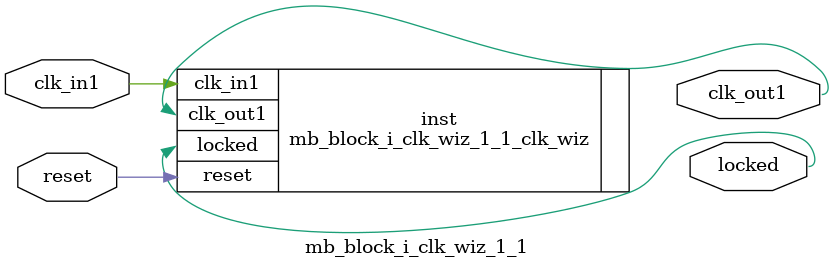
<source format=v>


`timescale 1ps/1ps

(* CORE_GENERATION_INFO = "mb_block_i_clk_wiz_1_1,clk_wiz_v6_0_11_0_0,{component_name=mb_block_i_clk_wiz_1_1,use_phase_alignment=true,use_min_o_jitter=false,use_max_i_jitter=false,use_dyn_phase_shift=false,use_inclk_switchover=false,use_dyn_reconfig=false,enable_axi=0,feedback_source=FDBK_AUTO,PRIMITIVE=MMCM,num_out_clk=1,clkin1_period=10.000,clkin2_period=10.000,use_power_down=false,use_reset=true,use_locked=true,use_inclk_stopped=false,feedback_type=SINGLE,CLOCK_MGR_TYPE=NA,manual_override=false}" *)

module mb_block_i_clk_wiz_1_1 
 (
  // Clock out ports
  output        clk_out1,
  // Status and control signals
  input         reset,
  output        locked,
 // Clock in ports
  input         clk_in1
 );

  mb_block_i_clk_wiz_1_1_clk_wiz inst
  (
  // Clock out ports  
  .clk_out1(clk_out1),
  // Status and control signals               
  .reset(reset), 
  .locked(locked),
 // Clock in ports
  .clk_in1(clk_in1)
  );

endmodule

</source>
